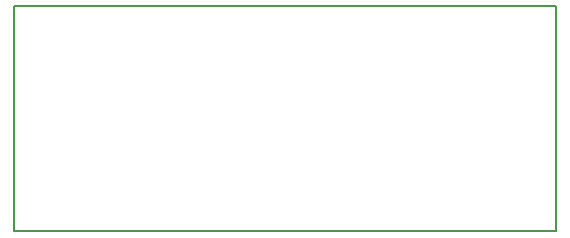
<source format=gm1>
G04 #@! TF.FileFunction,Profile,NP*
%FSLAX46Y46*%
G04 Gerber Fmt 4.6, Leading zero omitted, Abs format (unit mm)*
G04 Created by KiCad (PCBNEW 4.0.7) date Friday, 20 October 2017 'PMt' 14:22:44*
%MOMM*%
%LPD*%
G01*
G04 APERTURE LIST*
%ADD10C,0.100000*%
%ADD11C,0.150000*%
G04 APERTURE END LIST*
D10*
D11*
X231267000Y-109220000D02*
X231267000Y-128270000D01*
X185420000Y-128270000D02*
X185420000Y-109220000D01*
X231267000Y-128270000D02*
X185420000Y-128270000D01*
X185420000Y-109220000D02*
X231267000Y-109220000D01*
M02*

</source>
